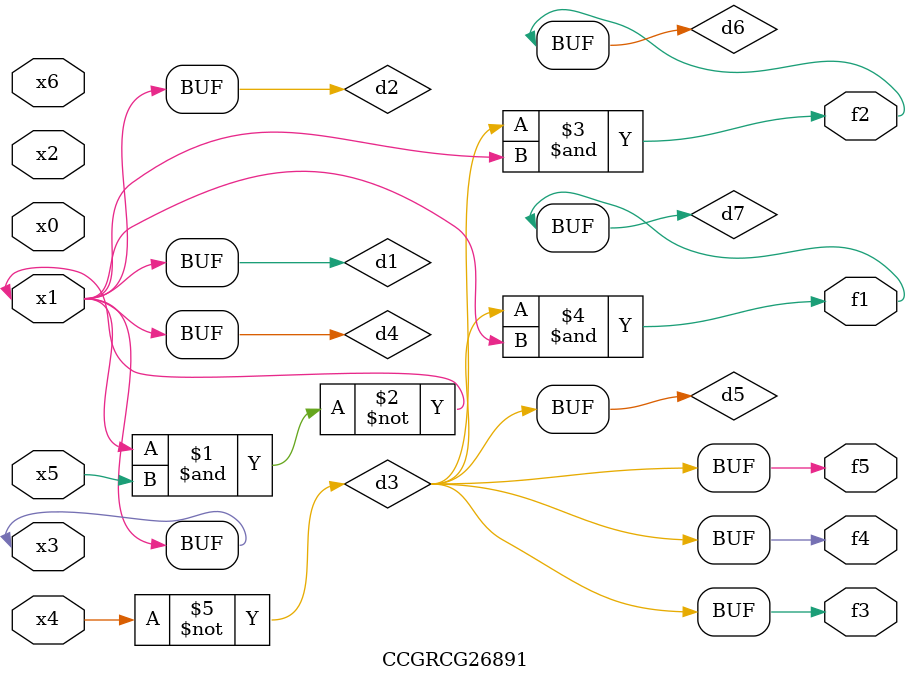
<source format=v>
module CCGRCG26891(
	input x0, x1, x2, x3, x4, x5, x6,
	output f1, f2, f3, f4, f5
);

	wire d1, d2, d3, d4, d5, d6, d7;

	buf (d1, x1, x3);
	nand (d2, x1, x5);
	not (d3, x4);
	buf (d4, d1, d2);
	buf (d5, d3);
	and (d6, d3, d4);
	and (d7, d3, d4);
	assign f1 = d7;
	assign f2 = d6;
	assign f3 = d5;
	assign f4 = d5;
	assign f5 = d5;
endmodule

</source>
